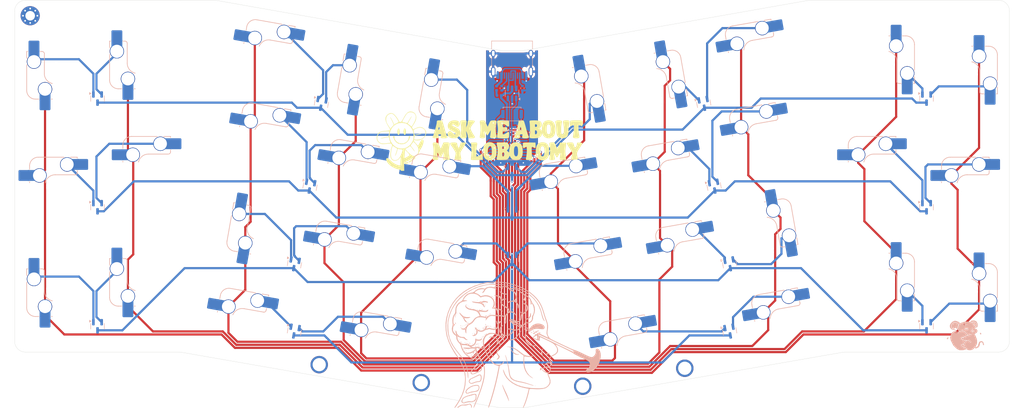
<source format=kicad_pcb>
(kicad_pcb (version 20240108) (generator "pcbnew") (generator_version "8.0")
  (layers (0 "F.Cu" signal) (31 "B.Cu" signal) (34 "B.Paste" user) (35 "F.Paste" user) (36 "B.SilkS" user "B.Silkscreen") (37 "F.SilkS" user "F.Silkscreen") (38 "B.Mask" user) (39 "F.Mask" user) (44 "Edge.Cuts" user))
  (net 0 "")
  (net 1 "VCC")
  (net 2 "GND")
  (net 3 "+3.3V")
  (net 4 "Net-(D2-A2)")
  (net 5 "Net-(D2-A1)")
  (net 6 "Net-(D1-A)")
  (net 7 "r0")
  (net 8 "Net-(D3-A1)")
  (net 9 "Net-(D3-A2)")
  (net 10 "Net-(D4-A2)")
  (net 11 "Net-(D4-A1)")
  (net 12 "r1")
  (net 13 "Net-(D5-A1)")
  (net 14 "Net-(D5-A2)")
  (net 15 "r2")
  (net 16 "Net-(D6-A1)")
  (net 17 "Net-(D16-A1)")
  (net 18 "Net-(D6-A2)")
  (net 19 "Net-(D7-A2)")
  (net 20 "Net-(D7-A1)")
  (net 21 "Net-(D16-A2)")
  (net 22 "Net-(D8-A1)")
  (net 23 "r3")
  (net 24 "Net-(D8-A2)")
  (net 25 "Net-(D9-A2)")
  (net 26 "Net-(D9-A1)")
  (net 27 "Net-(D18-A2)")
  (net 28 "Net-(D10-A2)")
  (net 29 "Net-(D10-A1)")
  (net 30 "Net-(D18-A1)")
  (net 31 "Net-(D11-A2)")
  (net 32 "Net-(D11-A1)")
  (net 33 "VBUS")
  (net 34 "Net-(D12-A1)")
  (net 35 "Net-(D12-A2)")
  (net 36 "CC2")
  (net 37 "Net-(D13-A2)")
  (net 38 "PORT-")
  (net 39 "Net-(D13-A1)")
  (net 40 "Net-(D14-A2)")
  (net 42 "Net-(D14-A1)")
  (net 43 "PORT+")
  (net 44 "Net-(D15-A1)")
  (net 45 "Net-(D15-A2)")
  (net 46 "Net-(D17-A2)")
  (net 48 "Net-(D17-A1)")
  (net 49 "CC1")
  (net 50 "c0")
  (net 51 "c1")
  (net 52 "c2")
  (net 53 "c3")
  (net 54 "c4")
  (net 55 "c5")
  (net 56 "c6")
  (net 57 "c7")
  (net 58 "c8")
  (net 59 "c9")
  (net 60 "BOOT")
  (net 61 "UDP")
  (net 62 "UDM")
  (footprint "LOGO" (layer "F.Cu") (at 121.32 47)
    (property "Reference" "G***" (hide yes))
    (property "Value" "LOGO" (hide yes))
  )
  (footprint "MountingHole:MountingHole_2.2mm_M2" (layer "F.Cu") (at 239.315625 17.883274)
    (property "Reference" "H2" (hide yes))
    (property "Value" "MountingHole_Pad")
  )
  (footprint "BeiBob:MountingHole_2.2mm_M2_Pad_Via_nosilk" (layer "F.Cu") (at 17.859375 17.859375)
    (property "Reference" "H1" (hide yes))
    (property "Value" "MountingHole_Pad")
  )
  (footprint "PCM_marbastlib-mx:STAB_MX_P_2.75u" (layer "F.Cu") (at 155.339358 94.150613 -170)
    (property "Reference" "S2" (hide yes))
    (property "Value" "MX_stab")
  )
  (footprint "MountingHole:MountingHole_2.2mm_M2" (layer "F.Cu") (at 239.315625 91.678125)
    (property "Reference" "H4" (hide yes))
    (property "Value" "MountingHole_Pad")
  )
  (footprint "MountingHole:MountingHole_2.2mm_M2" (layer "F.Cu") (at 17.859375 91.678125)
    (property "Reference" "H3" (hide yes))
    (property "Value" "MountingHole_Pad")
  )
  (footprint "PCM_marbastlib-mx:STAB_MX_P_2.25u" (layer "F.Cu") (at 97.215746 93.323614 170)
    (property "Reference" "S1" (hide yes))
    (property "Value" "MX_stab")
  )
  (footprint "PCM_marbastlib-mx:SW_MX_HS_CPG151101S11_1.5u" (layer "B.Cu") (at 214.3125 28.575 90)
    (property "Reference" "MX9" (hide yes))
    (property "Value" "MX_SW_solder")
  )
  (footprint "PCM_marbastlib-mx:SW_MX_HS_CPG151101S11_1.5u" (layer "B.Cu") (at 72.790636 26.149208 170)
    (property "Reference" "MX3" (hide yes))
    (property "Value" "MX_SW_solder")
  )
  (footprint "Package_TO_SOT_SMD:SOT-23" (layer "B.Cu") (at 172.640625 38.1 -80)
    (property "Reference" "D5" (hide yes))
    (property "Value" "BAV70_Small")
  )
  (footprint "Package_TO_SOT_SMD:SOT-23" (layer "B.Cu") (at 33.3375 89.296875 -90)
    (property "Reference" "D12" (hide yes))
    (property "Value" "BAV70_Small")
  )
  (footprint "Package_TO_SOT_SMD:SOT-23" (layer "B.Cu") (at 128.5875 63.35625 -90)
    (property "Reference" "D9" (hide yes))
    (property "Value" "BAV70_Small")
  )
  (footprint "Package_TO_SOT_SMD:SOT-23" (layer "B.Cu") (at 175.021875 57.15 -80)
    (property "Reference" "D10" (hide yes))
    (property "Value" "BAV70_Small")
  )
  (footprint "PCM_marbastlib-mx:SW_MX_HS_CPG151101S11_1u" (layer "B.Cu") (at 165.138876 53.73494 -170)
    (property "Reference" "MX17" (hide yes))
    (property "Value" "MX_SW_solder")
  )
  (footprint "Fuse:Fuse_0402_1005Metric" (layer "B.Cu") (at 125.015625 34.528125 90)
    (property "Reference" "F1" (hide yes))
    (property "Value" "500mA")
  )
  (footprint "PCM_marbastlib-mx:SW_MX_HS_CPG151101S11_1.25u" (layer "B.Cu") (at 114.588459 35.937276 -100)
    (property "Reference" "MX5" (hide yes))
    (property "Value" "MX_SW_solder")
  )
  (footprint "PCM_marbastlib-mx:SW_MX_HS_CPG151101S11_1.5u" (layer "B.Cu") (at 233.3625 80.9625 90)
    (property "Reference" "MX26" (hide yes))
    (property "Value" "MX_SW_solder")
  )
  (footprint "Package_TO_SOT_SMD:SOT-23" (layer "B.Cu") (at 223.8375 36.909375 -90)
    (property "Reference" "D6" (hide yes))
    (property "Value" "BAV70_Small")
  )
  (footprint "Package_TO_SOT_SMD:SOT-23" (layer "B.Cu") (at 33.3375 61.9125 -90)
    (property "Reference" "D7" (hide yes))
    (property "Value" "BAV70_Small")
  )
  (footprint "PCM_marbastlib-mx:SW_MX_HS_CPG151101S11_1.25u" (layer "B.Cu") (at 211.93125 52.3875 180)
    (property "Reference" "MX19" (hide yes))
    (property "Value" "MX_SW_solder")
  )
  (footprint "Package_TO_SOT_SMD:SOT-23" (layer "B.Cu") (at 128.5875 53.578125 -90)
    (property "Reference" "D4" (hide yes))
    (property "Value" "BAV70_Small")
  )
  (footprint "Package_TO_SOT_SMD:SOT-23" (layer "B.Cu") (at 82.153125 57.15 -100)
    (property "Reference" "D8" (hide yes))
    (property "Value" "BAV70_Small")
  )
  (footprint "Capacitor_SMD:C_0402_1005Metric" (layer "B.Cu") (at 126.787305 43.447407 180)
    (property "Reference" "C1" (hide yes))
    (property "Value" "100nF")
  )
  (footprint "PCM_marbastlib-mx:SW_MX_HS_CPG151101S11_1.25u" (layer "B.Cu") (at 45.24375 52.3875 180)
    (property "Reference" "MX12" (hide yes))
    (property "Value" "MX_SW_solder")
  )
  (footprint "PCM_marbastlib-mx:SW_MX_HS_CPG151101S11_1.75u" (layer "B.Cu") (at 23.8125 30.95625 -90)
    (property "Reference" "MX1" (hide yes))
    (property "Value" "MX_SW_solder")
  )
  (footprint "Package_TO_SOT_SMD:SOT-23-6" (layer "B.Cu") (at 128.5875 35.71875 90)
    (property "Reference" "U2" (hide yes))
    (property "Value" "USBLC6-2SC6")
  )
  (footprint "PCM_marbastlib-mx:SW_MX_HS_CPG151101S11_1.75u" (layer "B.Cu") (at 42.8625 78.58125 -90)
    (property "Reference" "MX31" (hide yes))
    (property "Value" "MX_SW_solder")
  )
  (footprint "PCM_marbastlib-mx:SW_MX_HS_CPG151101S11_1.5u" (layer "B.Cu") (at 184.454614 26.149208 -170)
    (property "Reference" "MX8" (hide yes))
    (property "Value" "MX_SW_solder")
  )
  (footprint "PCM_marbastlib-mx:SW_MX_HS_CPG151101S11_1.25u" (layer "B.Cu") (at 186.793962 66.842456 100)
    (property "Reference" "MX34" (hide yes))
    (property "Value" "MX_SW_solder")
  )
  (footprint "Package_TO_SOT_SMD:SOT-23" (layer "B.Cu") (at 33.3375 36.909375 -90)
    (property "Reference" "D2" (hide yes))
    (property "Value" "BAV70_Small")
  )
  (footprint "PCM_marbastlib-mx:SW_MX_HS_CPG151101S11_1u" (layer "B.Cu") (at 23.8125 57.15 180)
    (property "Reference" "MX11" (hide yes))
    (property "Value" "MX_SW_solder")
  )
  (footprint "PCM_marbastlib-mx:SW_MX_HS_CPG151101S11_1.5u" (layer "B.Cu") (at 112.249111 76.630525 170)
    (property "Reference" "MX23" (hide yes))
    (property "Value" "MX_SW_solder")
  )
  (footprint "PCM_marbastlib-mx:SW_MX_HS_CPG151101S11_1u" (layer "B.Cu") (at 168.446874 72.495527 -170)
    (property "Reference" "MX24" (hide yes))
    (property "Value" "MX_SW_solder")
  )
  (footprint "Package_SO:TSSOP-20_4.4x6.5mm_P0.65mm" (layer "B.Cu") (at 128.5875 47.625 180)
    (property "Reference" "U1" (hide yes))
    (property "Value" "~")
  )
  (footprint "Resistor_SMD:R_0402_1005Metric" (layer "B.Cu") (at 126.20625 34.528125 -90)
    (property "Reference" "R1" (hide yes))
    (property "Value" "5.1k")
  )
  (footprint "PCM_marbastlib-mx:SW_MX_HS_CPG151101S11_1.25u" (layer "B.Cu") (at 185.417538 45.323295 -170)
    (property "Reference" "MX18" (hide yes))
    (property "Value" "MX_SW_solder")
  )
  (footprint "Package_TO_SOT_SMD:SOT-23" (layer "B.Cu") (at 178.59375 75.009375 -80)
    (property "Reference" "D15" (hide yes))
    (property "Value" "BAV70_Small")
  )
  (footprint "PCM_marbastlib-mx:SW_MX_HS_CPG151101S11_1.25u" (layer "B.Cu") (at 147.341213 76.217025 -170)
    (property "Reference" "MX33" (hide yes))
    (property "Value" "MX_SW_solder")
  )
  (footprint "PCM_marbastlib-mx:SW_MX_HS_CPG151101S11_1.25u" (layer "B.Cu") (at 142.656791 35.937276 100)
    (property "Reference" "MX6" (hide yes))
    (property "Value" "MX_SW_solder")
  )
  (footprint "PCM_marbastlib-mx:SW_MX_HS_CPG151101S11_1.25u" (layer "B.Cu") (at 161.417379 32.629279 100)
    (property "Reference" "MX7" (hide yes))
    (property "Value" "MX_SW_solder")
  )
  (footprint "PCM_marbastlib-mx:SW_MX_HS_CPG151101S11_1u" (layer "B.Cu") (at 66.729791 87.948117 170)
    (property "Reference" "MX27" (hide yes))
    (property "Value" "MX_SW_solder")
  )
  (footprint "Package_TO_SOT_SMD:SOT-23" (layer "B.Cu") (at 178.59375 90.4875 -80)
    (property "Reference" "D18" (hide yes))
    (property "Value" "BAV70_Small")
  )
  (footprint "PCM_marbastlib-mx:SW_MX_HS_CPG151101S11_1u" (layer "B.Cu") (at 233.3625 57.15 180)
    (property "Reference" "MX20" (hide yes))
    (property "Value" "MX_SW_solder")
  )
  (footprint "PCM_marbastlib-mx:SW_MX_HS_CPG151101S11_1u" (layer "B.Cu") (at 88.798376 72.495527 170)
    (property "Reference" "MX32" (hide yes))
    (property "Value" "MX_SW_solder")
  )
  (footprint "Package_TO_SOT_SMD:SOT-23" (layer "B.Cu") (at 78.58125 75.009375 -100)
    (property "Reference" "D13" (hide yes))
    (property "Value" "BAV70_Small")
  )
  (footprint "Package_TO_SOT_SMD:SOT-23" (layer "B.Cu") (at 128.5875 73.81875 -90)
    (property "Reference" "D14" (hide yes))
    (property "Value" "BAV70_Small")
  )
  (footprint "PCM_marbastlib-mx:SW_MX_HS_CPG151101S11_1.25u" (layer "B.Cu") (at 70.451288 66.842456 -100)
    (property "Reference" "MX22" (hide yes))
    (property "Value" "MX_SW_solder")
  )
  (footprint "PCM_marbastlib-mx:SW_MX_HS_CPG151101S11_1u" (layer "B.Cu") (at 155.339358 94.150613 -170)
    (property "Reference" "MX29" (hide yes))
    (property "Value" "MX_SW_solder")
  )
  (footprint "PCM_marbastlib-mx:SW_MX_HS_CPG151101S11_1.25u" (layer "B.Cu") (at 71.827712 45.323295 170)
    (property "Reference" "MX13" (hide yes))
    (property "Value" "MX_SW_solder")
  )
  (footprint "LOGO" (layer "B.Cu") (at 232.78 91.39 180)
    (property "Reference" "G***" (hide yes))
    (property "Value" "LOGO" (hide yes))
  )
  (footprint "PCM_marbastlib-mx:SW_MX_HS_CPG151101S11_1.25u" (layer "B.Cu") (at 95.827871 32.629279 -100)
    (property "Reference" "MX4" (hide yes))
    (property "Value" "MX_SW_solder")
  )
  (footprint "Connector_USB:USB_C_Receptacle_HRO_TYPE-C-31-M-12" (layer "B.Cu") (at 128.5875 27.575)
    (property "Reference" "J1" (hide yes))
    (property "Value" "USB_C_Receptacle_USB2.0")
  )
  (footprint "Package_TO_SOT_SMD:SOT-23" (layer "B.Cu") (at 223.8375 61.9125 -90)
    (property "Reference" "D11" (hide yes))
    (property "Value" "BAV70_Small")
  )
  (footprint "Diode_SMD:D_0402_1005Metric" (layer "B.Cu") (at 125.61 36.2 180)
    (property "Reference" "D1" (hide yes))
    (property "Value" "PMEG2010EA")
  )
  (footprint "Package_TO_SOT_SMD:SOT-23" (layer "B.Cu") (at 223.8375 89.296875 -90)
    (property "Reference" "D16" (hide yes))
    (property "Value" "BAV70_Small")
  )
  (footprint "Capacitor_SMD:C_0402_1005Metric" (layer "B.Cu") (at 124.769875 43.439707 180)
    (property "Reference" "C2" (hide yes))
    (property "Value" "100nF")
  )
  (footprint "PCM_marbastlib-mx:SW_MX_HS_CPG151101S11_1.75u" (layer "B.Cu") (at 233.3625 30.95625 90)
    (property "Reference" "MX10" (hide yes))
    (property "Value" "MX_SW_solder")
  )
  (footprint "PCM_marbastlib-mx:SW_MX_HS_CPG151101S11_1u" (layer "B.Cu") (at 190.515459 87.948117 -170)
    (property "Reference" "MX30" (hide yes))
    (property "Value" "MX_SW_solder")
  )
  (footprint "Button_Switch_SMD:SW_Push_SPST_NO_Alps_SKRK" (layer "B.Cu") (at 128.5875 40.48125 180)
    (property "Reference" "SW1" (hide yes))
    (property "Value" "BOOT")
  )
  (footprint "Resistor_SMD:R_0402_1005Metric" (layer "B.Cu") (at 129.816955 43.4529)
    (property "Reference" "R3" (hide yes))
    (property "Value" "10k")
  )
  (footprint "PCM_marbastlib-mx:SW_MX_HS_CPG151101S11_1.5u" (layer "B.Cu") (at 23.8125 80.9625 -90)
    (property "Reference" "MX21" (hide yes))
    (property "Value" "MX_SW_solder")
  )
  (footprint "PCM_marbastlib-mx:SW_MX_HS_CPG151101S11_1u" (layer "B.Cu") (at 97.215746 93.323614 170)
    (property "Reference" "MX28" (hide yes))
    (property "Value" "MX_SW_solder")
  )
  (footprint "PCM_marbastlib-mx:SW_MX_HS_CPG151101S11_1.5u" (layer "B.Cu") (at 42.8625 28.575 -90)
    (property "Reference" "MX2" (hide yes))
    (property "Value" "MX_SW_solder")
  )
  (footprint "Package_TO_SOT_SMD:SOT-23" (layer "B.Cu") (at 84.775 38.1 -100)
    (property "Reference" "D3" (hide yes))
    (property "Value" "BAV70_Small")
  )
  (footprint "PCM_marbastlib-mx:SW_MX_HS_CPG151101S11_1.75u" (layer "B.Cu") (at 214.3125 78.58125 90)
    (property "Reference" "MX25" (hide yes))
    (property "Value" "MX_SW_solder")
  )
  (footprint "PCM_marbastlib-mx:SW_MX_HS_CPG151101S11_1.5u" (layer "B.Cu") (at 141.688142 57.869937 -170)
    (property "Reference" "MX16" (hide yes))
    (property "Value" "MX_SW_solder")
  )
  (footprint "Package_TO_SOT_SMD:SOT-23" (layer "B.Cu") (at 78.58125 90.4875 -100)
    (property "Reference" "D17" (hide yes))
    (property "Value" "BAV70_Small")
  )
  (footprint "PCM_marbastlib-mx:SW_MX_HS_CPG151101S11_1u" (layer "B.Cu") (at 92.106374 53.73494 170)
    (property "Reference" "MX14" (hide yes))
    (property "Value" "MX_SW_solder")
  )
  (footprint "LOGO" (layer "B.Cu") (at 130.915812 92.982646 180)
    (property "Reference" "G***" (hide yes))
    (property "Value" "LOGO" (hide yes))
  )
  (footprint "Resistor_SMD:R_0402_1005Metric" (layer "B.Cu") (at 130.96875 34.528125 -90)
    (property "Reference" "R2" (hide yes))
    (property "Value" "5.1k")
  )
  (footprint "PCM_marbastlib-mx:SW_MX_HS_CPG151101S11_1u" (layer "B.Cu") (at 110.866961 57.042938 170)
    (property "Reference" "MX15" (hide yes))
    (property "Value" "MX_SW_solder")
  )
  (gr_line (start 131.410326 108.042353) (end 204.574424 95.287147) (stroke (width 0.05)) (layer "Edge.Cuts"))
  (gr_line (start 52.3875 14.2875) (end 16.7875 14.2875) (stroke (width 0.05)) (layer "Edge.Cuts"))
  (gr_arc (start 16.7875 95.25) (mid 15.019733 94.517767) (end 14.2875 92.75) (stroke (width 0.05)) (layer "Edge.Cuts"))
  (gr_arc (start 126.194041 108.0795) (mid 125.978555 108.070199) (end 125.764673 108.042353) (stroke (width 0.05)) (layer "Edge.Cuts"))
  (gr_line (start 205.00379 95.25) (end 240.3875 95.25) (stroke (width 0.05)) (layer "Edge.Cuts"))
  (gr_line (start 14.2875 16.7875) (end 14.2875 92.75) (stroke (width 0.05)) (layer "Edge.Cuts"))
  (gr_line (start 242.8875 92.75) (end 242.8875 16.7875) (stroke (width 0.05)) (layer "Edge.Cuts"))
  (gr_arc (start 204.574424 95.287147) (mid 204.788305 95.259304) (end 205.00379 95.25) (stroke (width 0.05)) (layer "Edge.Cuts"))
  (gr_line (start 196.656099 14.325482) (end 131.424151 25.827768) (stroke (width 0.05)) (layer "Edge.Cuts"))
  (gr_line (start 240.3875 14.2875) (end 197.090224 14.2875) (stroke (width 0.05)) (layer "Edge.Cuts"))
  (gr_arc (start 131.410326 108.042353) (mid 131.196445 108.070196) (end 130.98096 108.0795) (stroke (width 0.05)) (layer "Edge.Cuts"))
  (gr_line (start 52.600827 95.287147) (end 125.764673 108.042353) (stroke (width 0.05)) (layer "Edge.Cuts"))
  (gr_arc (start 14.2875 16.7875) (mid 15.019733 15.019733) (end 16.7875 14.2875) (stroke (width 0.05)) (layer "Edge.Cuts"))
  (gr_line (start 126.194041 108.0795) (end 130.98096 108.0795) (stroke (width 0.05)) (layer "Edge.Cuts"))
  (gr_line (start 130.990026 25.86575) (end 126.254977 25.86575) (stroke (width 0.05)) (layer "Edge.Cuts"))
  (gr_line (start 125.820845 25.827767) (end 60.589905 14.325483) (stroke (width 0.05)) (layer "Edge.Cuts"))
  (gr_line (start 60.155773 14.2875) (end 52.3875 14.2875) (stroke (width 0.05)) (layer "Edge.Cuts"))
  (gr_arc (start 131.424151 25.827768) (mid 131.207918 25.856236) (end 130.990026 25.86575) (stroke (width 0.05)) (layer "Edge.Cuts"))
  (gr_arc (start 60.155773 14.2875) (mid 60.373669 14.297011) (end 60.589905 14.325483) (stroke (width 0.05)) (layer "Edge.Cuts"))
  (gr_arc (start 242.8875 92.75) (mid 242.155267 94.517767) (end 240.3875 95.25) (stroke (width 0.05)) (layer "Edge.Cuts"))
  (gr_line (start 16.7875 95.25) (end 52.171459 95.25) (stroke (width 0.05)) (layer "Edge.Cuts"))
  (gr_arc (start 52.171459 95.25) (mid 52.386945 95.259301) (end 52.600827 95.287147) (stroke (width 0.05)) (layer "Edge.Cuts"))
  (gr_arc (start 196.656099 14.325482) (mid 196.872332 14.297014) (end 197.090224 14.2875) (stroke (width 0.05)) (layer "Edge.Cuts"))
  (gr_arc (start 126.254977 25.86575) (mid 126.037082 25.856236) (end 125.820845 25.827767) (stroke (width 0.05)) (layer "Edge.Cuts"))
  (gr_arc (start 240.3875 14.2875) (mid 242.155267 15.019733) (end 242.8875 16.7875) (stroke (width 0.05)) (layer "Edge.Cuts"))
  (segment (start 126.593088 45.35) (end 125.725 45.35) (width 0.5) (layer "B.Cu") (net 1))
  (segment (start 127.396875 38.1) (end 127.396875 43.317837) (width 0.5) (layer "B.Cu") (net 1))
  (segment (start 126.871249 35.71875) (end 128.112499 35.71875) (width 0.5) (layer "B.Cu") (net 1))
  (segment (start 126.095 36.828934) (end 127.234816 37.96875) (width 0.5) (layer "B.Cu") (net 1))
  (segment (start 126.095 36.2) (end 126.389999 36.2) (width 0.5) (layer "B.Cu") (net 1))
  (segment (start 126.389999 36.2) (end 126.871249 35.71875) (width 0.5) (layer "B.Cu") (net 1))
  (segment (start 127.267305 44.675783) (end 126.593088 45.35) (width 0.5) (layer "B.Cu") (net 1))
  (segment (start 127.267305 43.447407) (end 127.267305 44.675783) (width 0.5) (layer "B.Cu") (net 1))
  (segment (start 127.396875 43.317837) (end 127.267305 43.447407) (width 0.5) (layer "B.Cu") (net 1))
  (segment (start 128.112499 35.71875) (end 128.5875 35.243749) (width 0.5) (layer "B.Cu") (net 1))
  (segment (start 127.265625 37.96875) (end 127.396875 38.1) (width 0.5) (layer "B.Cu") (net 1))
  (segment (start 127.234816 37.96875) (end 127.265625 37.96875) (width 0.5) (layer "B.Cu") (net 1))
  (segment (start 126.095 36.2) (end 126.095 36.828934) (width 0.5) (layer "B.Cu") (net 1))
  (segment (start 128.5875 35.243749) (end 128.5875 34.58125) (width 0.5) (layer "B.Cu") (net 1))
  (via (at 125.156086 32.848549) (size 0.5) (drill 0.3) (layers "F.Cu" "B.Cu") (net 2))
  (via (at 124.288201 42.527756) (size 0.5) (drill 0.3) (layers "F.Cu" "B.Cu") (net 2))
  (via (at 129.103839 35.718749) (size 0.5) (drill 0.3) (layers "F.Cu" "B.Cu") (net 2))
  (via (at 126.296663 42.585692) (size 0.5) (drill 0.3) (layers "F.Cu" "B.Cu") (net 2))
  (via (at 125.99 51.71) (size 0.5) (drill 0.3) (layers "F.Cu" "B.Cu") (net 2))
  (via (at 126.866081 34.52276) (size 0.5) (drill 0.3) (layers "F.Cu" "B.Cu") (net 2))
  (via (at 124.507072 46.003941) (size 0.5) (drill 0.3) (layers "F.Cu" "B.Cu") (net 2))
  (via (at 131.857398 32.867861) (size 0.5) (drill 0.3) (layers "F.Cu" "B.Cu") (net 2))
  (via (at 124.5 48.27) (size 0.5) (drill 0.3) (layers "F.Cu" "B.Cu") (net 2))
  (via (at 128.618399 38.122177) (size 0.5) (drill 0.3) (layers "F.Cu" "B.Cu") (net 2))
  (via (at 131.19 51.7) (size 0.5) (drill 0.3) (layers "F.Cu" "B.Cu") (net 2))
  (segment (start 128.5875 36.235088) (end 128.5875 36.85625) (width 0.3) (layer "B.Cu") (net 2))
  (segment (start 126.350716 35.038125) (end 126.866081 34.52276) (width 0.5) (layer "B.Cu") (net 2))
  (segment (start 126.20625 35.038125) (end 126.350716 35.038125) (width 0.5) (layer "B.Cu") (net 2))
  (segment (start 129.103839 35.718749) (end 128.5875 36.235088) (width 0.3) (layer "B.Cu") (net 2))
  (segment (start 125.249875 43.439707) (end 125.249875 41.718875) (width 0.5) (layer "B.Cu") (net 3))
  (segment (start 125.249875 41.718875) (end 126.4875 40.48125) (width 0.5) (layer "B.Cu") (net 3))
  (segment (start 125.249875 44.174875) (end 125.725 44.65) (width 0.5) (layer "B.Cu") (net 3))
  (segment (start 125.249875 43.439707) (end 125.249875 44.174875) (width 0.5) (layer "B.Cu") (net 3))
  (segment (start 37.7825 26.51125) (end 37.7825 26.035) (width 0.5) (layer "B.Cu") (net 4))
  (segment (start 33.0875 31.20625) (end 37.7825 26.51125) (width 0.5) (layer "B.Cu") (net 4))
  (segment (start 34.2875 35.971875) (end 33.0875 34.771875) (width 0.5) (layer "B.Cu") (net 4))
  (segment (start 33.0875 34.771875) (end 33.0875 31.20625) (width 0.5) (layer "B.Cu") (net 4))
  (segment (start 29.060543 27.869918) (end 32.3875 31.196875) (width 0.5) (layer "B.Cu") (net 5))
  (segment (start 32.3875 31.196875) (end 32.3875 35.971875) (width 0.5) (layer "B.Cu") (net 5))
  (segment (start 19.278832 27.869918) (end 29.060543 27.869918) (width 0.5) (layer "B.Cu") (net 5))
  (segment (start 18.7325 28.41625) (end 19.278832 27.869918) (width 0.5) (layer "B.Cu") (net 5))
  (segment (start 125.015625 35.013125) (end 125.015625 36.090625) (width 0.5) (layer "B.Cu") (net 6))
  (segment (start 125.015625 36.090625) (end 125.125 36.2) (width 0.5) (layer "B.Cu") (net 6))
  (segment (start 128.8199 45.58) (end 128.5875 45.8124) (width 0.5) (layer "F.Cu") (net 7))
  (segment (start 128.5875 45.8124) (end 128.5875 55.959375) (width 0.5) (layer "F.Cu") (net 7))
  (segment (start 129.89894 45.58) (end 128.8199 45.58) (width 0.5) (layer "F.Cu") (net 7))
  (via (at 128.5875 55.959375) (size 0.5) (drill 0.3) (layers "F.Cu" "B.Cu") (net 7))
  (via (at 129.89894 45.58) (size 0.5) (drill 0.3) (layers "F.Cu" "B.Cu") (net 7))
  (segment (start 167.773552 44.053125) (end 172.80342 39.023257) (width 0.5) (layer "B.Cu") (net 7))
  (segment (start 185.7375 36.909375) (end 183.623618 39.023257) (width 0.5) (layer "B.Cu") (net 7))
  (segment (start 128.5875 54.515625) (end 124.954588 54.515625) (width 0.5) (layer "B.Cu") (net 7))
  (segment (start 183.623618 39.023257) (end 172.80342 39.023257) (width 0.5) (layer "B.Cu") (net 7))
  (segment (start 221.45625 37.846875) (end 220.51875 36.909375) (width 0.5) (layer "B.Cu") (net 7))
  (segment (start 115.682713 45.24375) (end 90.832698 45.24375) (width 0.5) (layer "B.Cu") (net 7))
  (segment (start 130.19 45.58) (end 130.61 46) (width 0.3) (layer "B.Cu") (net 7))
  (segment (start 130.61 46) (end 131.45 46) (width 0.3) (layer "B.Cu") (net 7))
  (segment (start 90.832698 45.24375) (end 84.612205 39.023257) (width 0.5) (layer "B.Cu") (net 7))
  (segment (start 223.8375 37.846875) (end 221.45625 37.846875) (width 0.5) (layer "B.Cu") (net 7))
  (segment (start 124.954588 54.515625) (end 115.682713 45.24375) (width 0.5) (layer "B.Cu") (net 7))
  (segment (start 128.5875 54.515625) (end 128.5875 55.959375) (width 0.5) (layer "B.Cu") (net 7))
  (segment (start 77.987908 37.846875) (end 79.16429 39.023257) (width 0.5) (layer "B.Cu") (net 7))
  (segment (start 79.16429 39.023257) (end 84.612205 39.023257) (width 0.5) (layer "B.Cu") (net 7))
  (segment (start 142.621097 44.053125) (end 167.773552 44.053125) (width 0.5) (layer "B.Cu") (net 7))
  (segment (start 33.3375 37.846875) (end 77.987908 37.846875) (width 0.5) (layer "B.Cu") (net 7))
  (segment (start 129.89894 45.58) (end 130.19 45.58) (width 0.3) (layer "B.Cu") (net 7))
  (segment (start 132.158597 54.515625) (end 142.621097 44.053125) (width 0.5) (layer "B.Cu") (net 7))
  (segment (start 128.5875 54.515625) (end 132.158597 54.515625) (width 0.5) (layer "B.Cu") (net 7))
  (segment (start 220.51875 36.909375) (end 185.7375 36.909375) (width 0.5) (layer "B.Cu") (net 7))
  (segment (start 85.173363 35.840642) (end 85.173363 30.404613) (width 0.5) (layer "B.Cu") (net 8))
  (segment (start 84.002228 37.011777) (end 85.173363 35.840642) (width 0.5) (layer "B.Cu") (net 8))
  (segment (start 76.356201 21.587451) (end 76.17418 21.587451) (width 0.5) (layer "B.Cu") (net 8))
  (segment (start 85.173363 30.404613) (end 76.356201 21.587451) (width 0.5) (layer "B.Cu") (net 8))
  (segment (start 87.435515 29.245735) (end 91.266114 29.245735) (width 0.5) (layer "B.Cu") (net 9))
  (segment (start 85.873363 30.807887) (end 87.435515 29.245735) (width 0.5) (layer "B.Cu") (net 9))
  (segment (start 85.873363 37.341709) (end 85.873363 30.807887) (width 0.5) (layer "B.Cu") (net 9))
  (segment (start 144.765625 43.353125) (end 146.446875 41.671875) (width 0.5) (layer "B.Cu") (net 10))
  (segment (start 130.712501 53.815625) (end 131.868647 53.815625) (width 0.5) (layer "B.Cu") (net 10))
  (segment (start 147.557236 38.1) (end 148.100681 37.556555) (width 0.5) (layer "B.Cu") (net 10))
  (segment (start 131.868647 53.815625) (end 142.331147 43.353125) (width 0.5) (layer "B.Cu") (net 10))
  (segment (start 146.446875 41.671875) (end 146.446875 38.1) (width 0.5) (layer "B.Cu") (net 10))
  (segment (start 129.537501 52.640625) (end 130.712501 53.815625) (width 0.5) (layer "B.Cu") (net 10))
  (segment (start 146.446875 38.1) (end 147.557236 38.1) (width 0.5) (layer "B.Cu") (net 10))
  (segment (start 142.331147 43.353125) (end 144.765625 43.353125) (width 0.5) (layer "B.Cu") (net 10))
  (segment (start 115.897482 32.553732) (end 110.026702 32.553732) (width 0.5) (layer "B.Cu") (net 11))
  (segment (start 118.284861 46.855948) (end 118.284861 34.941111) (width 0.5) (layer "B.Cu") (net 11))
  (segment (start 118.284861 34.941111) (end 115.897482 32.553732) (width 0.5) (layer "B.Cu") (net 11))
  (segment (start 125.244538 53.815625) (end 118.284861 46.855948) (width 0.5) (layer "B.Cu") (net 11))
  (segment (start 127.6375 52.640625) (end 126.4625 53.815625) (width 0.5) (layer "B.Cu") (net 11))
  (segment (start 126.4625 53.815625) (end 125.244538 53.815625) (width 0.5) (layer "B.Cu") (net 11))
  (segment (start 129.2875 56.45) (end 128.5875 57.15) (width 0.5) (layer "F.Cu") (net 12))
  (segment (start 129.2875 46.28) (end 129.2875 56.45) (width 0.5) (layer "F.Cu") (net 12))
  (via (at 128.5875 57.15) (size 0.5) (drill 0.3) (layers "F.Cu" "B.Cu") (net 12))
  (via (at 129.2875 46.28) (size 0.5) (drill 0.3) (layers "F.Cu" "B.Cu") (net 12))
  (segment (start 179.784375 55.959375) (end 215.503125 55.959375) (width 0.5) (layer "B.Cu") (net 12))
  (segment (start 41.671875 55.959375) (end 77.354227 55.959375) (width 0.5) (layer "B.Cu") (net 12))
  (segment (start 129.2875 46.28) (end 130.182893 46.28) (width 0.3) (layer "B.Cu") (net 12))
  (segment (start 79.468109 58.073257) (end 81.99033 58.073257) (width 0.5) (layer "B.Cu") (net 12))
  (segment (start 130.182893 46.28) (end 130.552893 46.65) (width 0.3) (layer "B.Cu") (net 12))
  (segment (start 77.354227 55.959375) (end 79.468109 58.073257) (width 0.5) (layer "B.Cu") (net 12))
  (segment (start 81.99033 58.073257) (end 88.210823 64.29375) (width 0.5) (layer "B.Cu") (net 12))
  (segment (start 215.503125 55.959375) (end 222.39375 62.85) (width 0.5) (layer "B.Cu") (net 12))
  (segment (start 168.964177 64.29375) (end 175.18467 58.073257) (width 0.5) (layer "B.Cu") (net 12))
  (segment (start 88.210823 64.29375) (end 128.5875 64.29375) (width 0.5) (layer "B.Cu") (net 12))
  (segment (start 222.39375 62.85) (end 223.8375 62.85) (width 0.5) (layer "B.Cu") (net 12))
  (segment (start 34.78125 62.85) (end 41.671875 55.959375) (width 0.5) (layer "B.Cu") (net 12))
  (segment (start 128.5875 64.29375) (end 168.964177 64.29375) (width 0.5) (layer "B.Cu") (net 12))
  (segment (start 33.3375 62.85) (end 34.78125 62.85) (width 0.5) (layer "B.Cu") (net 12))
  (segment (start 175.18467 58.073257) (end 177.670493 58.073257) (width 0.5) (layer "B.Cu") (net 12))
  (segment (start 130.552893 46.65) (end 131.45 46.65) (width 0.3) (layer "B.Cu") (net 12))
  (segment (start 128.5875 64.29375) (end 128.5875 57.15) (width 0.5) (layer "B.Cu") (net 12))
  (segment (start 177.670493 58.073257) (end 179.784375 55.959375) (width 0.5) (layer "B.Cu") (net 12))
  (segment (start 168.449111 34.248558) (end 166.861269 34.248558) (width 0.5) (layer "B.Cu") (net 13))
  (segment (start 171.542262 37.341709) (end 168.449111 34.248558) (width 0.5) (layer "B.Cu") (net 13))
  (segment (start 173.413397 37.011777) (end 173.413397 24.230353) (width 0.5) (layer "B.Cu") (net 14))
  (segment (start 173.413397 24.230353) (end 176.938432 20.705318) (width 0.5) (layer "B.Cu") (net 14))
  (segment (start 176.938432 20.705318) (end 186.073893 20.705318) (width 0.5) (layer "B.Cu") (net 14))
  (segment (start 128.5875 58.340625) (end 128.5875 72.628125) (width 0.5) (layer "F.Cu") (net 15))
  (segment (start 127.8875 45.52245) (end 127.8875 57.640625) (width 0.5) (layer "F.Cu") (net 15))
  (segment (start 127.8875 57.640625) (end 128.5875 58.340625) (width 0.5) (layer "F.Cu") (net 15))
  (segment (start 129.2875 44.88) (end 128.52995 44.88) (width 0.5) (layer "F.Cu") (net 15))
  (segment (start 128.52995 44.88) (end 127.8875 45.52245) (width 0.5) (layer "F.Cu") (net 15))
  (via (at 128.5875 72.628125) (size 0.5) (drill 0.3) (layers "F.Cu" "B.Cu") (net 15))
  (via (at 129.2875 44.88) (size 0.5) (drill 0.3) (layers "F.Cu" "B.Cu") (net 15))
  (segment (start 223.8375 90.234375) (end 209.296875 90.234375) (width 0.5) (layer "B.Cu") (net 15))
  (segment (start 132.542175 78.710925) (end 128.5875 74.75625) (width 0.5) (layer "B.Cu") (net 15))
  (segment (start 53.352996 75.932632) (end 39.051253 90.234375) (width 0.5) (layer "B.Cu") (net 15))
  (segment (start 194.995132 75.932632) (end 178.756545 75.932632) (width 0.5) (layer "B.Cu") (net 15))
  (segment (start 128.5875 74.75625) (end 128.5875 72.628125) (width 0.5) (layer "B.Cu") (net 15))
  (segment (start 130.68 45.35) (end 131.45 45.35) (width 0.3) (layer "B.Cu") (net 15))
  (segment (start 178.756545 75.932632) (end 175.978252 78.710925) (width 0.5) (layer "B.Cu") (net 15))
  (segment (start 128.5875 74.75625) (end 124.219325 79.124425) (width 0.5) (layer "B.Cu") (net 15))
  (segment (start 130.21 44.88) (end 130.68 45.35) (width 0.3) (layer "B.Cu") (net 15))
  (segment (start 124.219325 79.124425) (end 81.610248 79.124425) (width 0.5) (layer "B.Cu") (net 15))
  (segment (start 78.418455 75.932632) (end 53.352996 75.932632) (width 0.5) (layer "B.Cu") (net 15))
  (segment (start 129.2875 44.88) (end 130.21 44.88) (width 0.3) (layer "B.Cu") (net 15))
  (segment (start 175.978252 78.710925) (end 132.542175 78.710925) (width 0.5) (layer "B.Cu") (net 15))
  (segment (start 39.051253 90.234375) (end 33.3375 90.234375) (width 0.5) (layer "B.Cu") (net 15))
  (segment (start 209.296875 90.234375) (end 194.995132 75.932632) (width 0.5) (layer "B.Cu") (net 15))
  (segment (start 81.610248 79.124425) (end 78.418455 75.932632) (width 0.5) (layer "B.Cu") (net 15))
  (segment (start 222.8875 35.971875) (end 222.8875 34.61) (width 0.5) (layer "B.Cu") (net 16))
  (segment (start 222.8875 34.61) (end 219.3925 31.115) (width 0.5) (layer "B.Cu") (net 16))
  (segment (start 222.8875 88.359375) (end 222.8875 84.61625) (width 0.5) (layer "B.Cu") (net 17))
  (segment (start 222.8875 84.61625) (end 219.3925 81.12125) (width 0.5) (layer "B.Cu") (net 17))
  (segment (start 224.7875 35.971875) (end 226.646444 34.112931) (width 0.5) (layer "B.Cu") (net 18))
  (segment (start 226.646444 34.112931) (end 237.825819 34.112931) (width 0.5) (layer "B.Cu") (net 18))
  (segment (start 237.825819 34.112931) (end 238.4425 33.49625) (width 0.5) (layer "B.Cu") (net 18))
  (segment (start 33.0875 59.775) (end 33.0875 50.25625) (width 0.5) (layer "B.Cu") (net 19))
  (segment (start 33.0875 50.25625) (end 36.03625 47.3075) (width 0.5) (layer "B.Cu") (net 19))
  (segment (start 34.2875 60.975) (end 33.0875 59.775) (width 0.5) (layer "B.Cu") (net 19))
  (segment (start 36.03625 47.3075) (end 47.78375 47.3075) (width 0.5) (layer "B.Cu") (net 19))
  (segment (start 32.3875 58.105) (end 26.3525 52.07) (width 0.5) (layer "B.Cu") (net 20))
  (segment (start 32.3875 60.975) (end 32.3875 58.105) (width 0.5) (layer "B.Cu") (net 20))
  (segment (start 229.059582 84.087293) (end 237.857707 84.087293) (width 0.5) (layer "B.Cu") (net 21))
  (segment (start 237.857707 84.087293) (end 238.4425 83.5025) (width 0.5) (layer "B.Cu") (net 21))
  (segment (start 224.7875 88.359375) (end 229.059582 84.087293) (width 0.5) (layer "B.Cu") (net 21))
  (segment (start 81.380353 46.930635) (end 75.211256 40.761538) (width 0.5) (layer "B.Cu") (net 22))
  (segment (start 81.380353 56.061777) (end 81.380353 46.930635) (width 0.5) (layer "B.Cu") (net 22))
  (segment (start 128.24 44.18) (end 127.1875 45.2325) (width 0.5) (layer "F.Cu") (net 23))
  (segment (start 127.1875 57.930575) (end 127.8875 58.630575) (width 0.5) (layer "F.Cu") (net 23))
  (segment (start 128.5875 73.81875) (end 128.5875 76.2) (width 0.5) (layer "F.Cu") (net 23))
  (segment (start 127.8875 58.630575) (end 127.8875 73.11875) (width 0.5) (layer "F.Cu") (net 23))
  (segment (start 127.1875 45.2325) (end 127.1875 57.930575) (width 0.5) (layer "F.Cu") (net 23))
  (segment (start 127.8875 73.11875) (end 128.5875 73.81875) (width 0.5) (layer "F.Cu") (net 23))
  (segment (start 129.79027 44.18) (end 128.24 44.18) (width 0.5) (layer "F.Cu") (net 23))
  (via (at 128.5875 76.2) (size 0.5) (drill 0.3) (layers "F.Cu" "B.Cu") (net 23))
  (via (at 129.79027 44.18) (size 0.5) (drill 0.3) (layers "F.Cu" "B.Cu") (net 23))
  (segment (start 163.115625 97.63125) (end 169.336118 91.410757) (width 0.5) (layer "B.Cu") (net 23))
  (segment (start 169.336118 91.410757) (end 178.756545 91.410757) (width 0.5) (layer "B.Cu") (net 23))
  (segment (start 128.5875 97.63125) (end 163.115625 97.63125) (width 0.5) (layer "B.Cu") (net 23))
  (segment (start 128.5875 97.63125) (end 128.5875 76.2) (width 0.5) (layer "B.Cu") (net 23))
  (segment (start 78.418455 91.410757) (end 85.457632 91.410757) (width 0.5) (layer "B.Cu") (net 23))
  (segment (start 130.93 44.18) (end 131.45 44.7) (width 0.3) (layer "B.Cu") (net 23))
  (segment (start 129.79027 44.18) (end 130.93 44.18) (width 0.3) (layer "B.Cu") (net 23))
  (segment (start 85.457632 91.410757) (end 91.678125 97.63125) (width 0.5) (layer "B.Cu") (net 23))
  (segment (start 91.678125 97.63125) (end 128.5875 97.63125) (width 0.5) (layer "B.Cu") (net 23))
  (segment (start 82.230378 55.260136) (end 82.080353 55.110111) (width 0.5) (layer "B.Cu") (net 24))
  (segment (start 82.230378 55.370599) (end 82.230378 55.260136) (width 0.5) (layer "B.Cu") (net 24))
  (segment (start 83.251488 56.391709) (end 82.230378 55.370599) (width 0.5) (layer "B.Cu") (net 24))
  (segment (start 82.080353 48.888397) (end 83.34375 47.625) (width 0.5) (layer "B.Cu") (net 24))
  (segment (start 93.941735 47.625) (end 95.489918 49.173183) (width 0.5) (layer "B.Cu") (net 24))
  (segment (start 82.080353 55.110111) (end 82.080353 48.888397) (width 0.5) (layer "B.Cu") (net 24))
  (segment (start 83.34375 47.625) (end 93.941735 47.625) (width 0.5) (layer "B.Cu") (net 24))
  (segment (start 129.5375 62.41875) (end 129.5375 58.126672) (width 0.5) (layer "B.Cu") (net 25))
  (segment (start 135.276672 52.3875) (end 143.268874 52.3875) (width 0.5) (layer "B.Cu") (net 25))
  (segment (start 129.5375 58.126672) (end 135.276672 52.3875) (width 0.5) (layer "B.Cu") (net 25))
  (segment (start 143.268874 52.3875) (end 143.307421 52.426047) (width 0.5) (layer "B.Cu") (net 25))
  (segment (start 127.6375 62.41875) (end 127.6375 58.188487) (width 0.5) (layer "B.Cu") (net 26))
  (segment (start 127.6375 58.188487) (end 121.930194 52.481181) (width 0.5) (layer "B.Cu") (net 26))
  (segment (start 121.930194 52.481181) (end 114.250505 52.481181) (width 0.5) (layer "B.Cu") (net 26))
  (segment (start 179.366522 87.203147) (end 184.065442 82.504227) (width 0.5) (layer "B.Cu") (net 27))
  (segment (start 184.065442 82.504227) (end 192.134738 82.504227) (width 0.5) (layer "B.Cu") (net 27))
  (segment (start 179.366522 89.399277) (end 179.366522 87.203147) (width 0.5) (layer "B.Cu") (net 27))
  (segment (start 175.794647 56.061777) (end 174.623512 54.890642) (width 0.5) (layer "B.Cu") (net 28))
  (segment (start 176.757326 39.879405) (end 187.036817 39.879405) (width 0.5) (layer "B.Cu") (net 28))
  (segment (start 174.623512 42.013219) (end 176.757326 39.879405) (width 0.5) (layer "B.Cu") (net 28))
  (segment (start 174.623512 54.890642) (end 174.623512 42.013219) (width 0.5) (layer "B.Cu") (net 28))
  (segment (start 169.091607 48.29105) (end 166.758155 48.29105) (width 0.5) (layer "B.Cu") (net 29))
  (segment (start 173.923512 56.391709) (end 173.923512 53.122955) (width 0.5) (layer "B.Cu") (net 29))
  (segment (start 173.923512 53.122955) (end 169.091607 48.29105) (width 0.5) (layer "B.Cu") (net 29))
  (segment (start 177.495387 89.729209) (end 176.737096 90.4875) (width 0.5) (layer "B.Cu") (net 30))
  (segment (start 176.737096 90.4875) (end 158.739414 90.4875) (width 0.5) (layer "B.Cu") (net 30))
  (segment (start 158.739414 90.4875) (end 156.958637 88.706723) (width 0.5) (layer "B.Cu") (net 30))
  (segment (start 224.155 52.07) (end 235.9025 52.07) (width 0.5) (layer "B.Cu") (net 31))
  (segment (start 224.7875 60.975) (end 223.5875 59.775) (width 0.5) (layer "B.Cu") (net 31))
  (segment (start 223.5875 59.775) (end 223.5875 52.6375) (width 0.5) (layer "B.Cu") (net 31))
  (segment (start 223.5875 52.6375) (end 224.155 52.07) (width 0.5) (layer "B.Cu") (net 31))
  (segment (start 222.8875 60.975) (end 222.8875 55.72375) (width 0.5) (layer "B.Cu") (net 32))
  (segment (start 222.8875 55.72375) (end 214.47125 47.3075) (width 0.5) (layer "B.Cu") (net 32))
  (segment (start 131.0375 31.62) (end 131.0375 31.5075) (width 0.3) (layer "B.Cu") (net 33))
  (segment (start 131.0375 31.5075) (end 130.8375 31.3075) (width 0.3) (layer "B.Cu") (net 33))
  (segment (start 126.3375 31.42) (end 126.1375 31.62) (width 0.3) (layer "B.Cu") (net 33))
  (segment (start 126.8625 30.02) (end 126.3375 30.545) (width 0.3) (layer "B.Cu") (net 33))
  (segment (start 130.8375 30.545) (end 130.3125 30.02) (width 0.3) (layer "B.Cu") (net 33))
  (segment (start 130.8375 31.3075) (end 130.8375 30.545) (width 0.3) (layer "B.Cu") (net 33))
  (segment (start 126.1375 31.62) (end 126.1375 32.92125) (width 0.5) (layer "B.Cu") (net 33))
  (segment (start 130.3125 30.02) (end 126.8625 30.02) (width 0.3) (layer "B.Cu") (net 33))
  (segment (start 126.1375 32.92125) (end 125.015625 34.043125) (width 0.5) (layer "B.Cu") (net 33))
  (segment (start 126.3375 30.545) (end 126.3375 31.42) (width 0.3) (layer "B.Cu") (net 33))
  (segment (start 29.05259 77.868215) (end 19.286785 77.868215) (width 0.5) (layer "B.Cu") (net 34))
  (segment (start 32.3875 88.359375) (end 32.3875 81.203125) (width 0.5) (layer "B.Cu") (net 34))
  (segment (start 32.3875 81.203125) (end 29.05259 77.868215) (width 0.5) (layer "B.Cu") (net 34))
  (segment (start 19.286785 77.868215) (end 18.7325 78.4225) (width 0.5) (layer "B.Cu") (net 34))
  (segment (start 37.7825 76.5175) (end 37.7825 76.04125) (width 0.5) (layer "B.Cu") (net 35))
  (segment (start 33.0875 87.159375) (end 33.0875 81.2125) (width 0.5) (layer "B.Cu") (net 35))
  (segment (start 33.0875 81.2125) (end 37.7825 76.5175) (width 0.5) (layer "B.Cu") (net 35))
  (segment (start 34.2875 88.359375) (end 33.0875 87.159375) (width 0.5) (layer "B.Cu") (net 35))
  (segment (start 130.3375 33.386875) (end 130.3375 31.62) (width 0.3) (layer "B.Cu") (net 36))
  (segment (start 130.96875 34.018125) (end 130.3375 33.386875) (width 0.3) (layer "B.Cu") (net 36))
  (segment (start 79.679613 74.251084) (end 78.658503 73.229974) (width 0.5) (layer "B.Cu") (net 37))
  (segment (start 78.658503 73.119511) (end 78.508478 72.969486) (width 0.5) (layer "B.Cu") (net 37))
  (segment (start 78.508478 72.969486) (end 78.508478 66.747772) (width 0.5) (layer "B.Cu") (net 37))
  (segment (start 78.97248 66.28377) (end 90.53192 66.28377) (width 0.5) (layer "B.Cu") (net 37))
  (segment (start 90.53192 66.28377) (end 92.18192 67.93377) (width 0.5) (layer "B.Cu") (net 37))
  (segment (start 78.658503 73.229974) (end 78.658503 73.119511) (width 0.5) (layer "B.Cu") (net 37))
  (segment (start 78.508478 66.747772) (end 78.97248 66.28377) (width 0.5) (layer "B.Cu") (net 37))
  (segment (start 127.8375 34.38125) (end 127.6375 34.58125) (width 0.3) (layer "B.Cu") (net 38))
  (segment (start 127.8375 32.695) (end 127.8375 34.38125) (width 0.3) (layer "B.Cu") (net 38))
  (segment (start 127.8375 32.695) (end 127.8375 31.62) (width 0.3) (layer "B.Cu") (net 38))
  (segment (start 128.8375 31.62) (end 128.8375 32.695) (width 0.3) (layer "B.Cu") (net 38))
  (segment (start 128.8375 32.695) (end 127.8375 32.695) (width 0.3) (layer "B.Cu") (net 38))
  (segment (start 71.793287 63.458912) (end 65.889531 63.458912) (width 0.5) (layer "B.Cu") (net 39))
  (segment (start 77.808478 69.474103) (end 71.793287 63.458912) (width 0.5) (layer "B.Cu") (net 39))
  (segment (start 77.808478 73.921152) (end 77.808478 69.474103) (width 0.5) (layer "B.Cu") (net 39))
  (segment (start 129.5375 72.88125) (end 132.159375 70.259375) (width 0.5) (layer "B.Cu") (net 40))
  (segment (start 148.434232 70.246875) (end 148.960492 70.773135) (width 0.5) (layer "B.Cu") (net 40))
  (segment (start 132.159375 70.259375) (end 132.159375 70.246875) (width 0.5) (layer "B.Cu") (net 40))
  (segment (start 132.159375 70.246875) (end 148.434232 70.246875) (width 0.5) (layer "B.Cu") (net 40))
  (segment (start 125.003125 70.246875) (end 117.454548 70.246875) (width 0.5) (layer "B.Cu") (net 42))
  (segment (start 127.6375 72.88125) (end 125.003125 70.246875) (width 0.5) (layer "B.Cu") (net 42))
  (segment (start 117.454548 70.246875) (end 115.632655 72.068768) (width 0.5) (layer "B.Cu") (net 42))
  (segment (start 128.3875 30.545) (end 129.2875 30.545) (width 0.3) (layer "B.Cu") (net 43))
  (segment (start 129.3375 31.62) (end 129.3375 34.38125) (width 0.3) (layer "B.Cu") (net 43))
  (segment (start 128.3375 31.62) (end 128.3375 30.595) (width 0.3) (layer "B.Cu") (net 43))
  (segment (start 129.2875 30.545) (end 129.3375 30.595) (width 0.3) (layer "B.Cu") (net 43))
  (segment (start 129.3375 34.38125) (end 129.5375 34.58125) (width 0.3) (layer "B.Cu") (net 43))
  (segment (start 129.3375 30.595) (end 129.3375 31.62) (width 0.3) (layer "B.Cu") (net 43))
  (segment (start 128.3375 30.595) (end 128.3875 30.545) (width 0.3) (layer "B.Cu") (net 43))
  (segment (start 171.044817 67.051637) (end 170.066153 67.051637) (width 0.5) (layer "B.Cu") (net 44))
  (segment (start 177.495387 73.502207) (end 171.044817 67.051637) (width 0.5) (layer "B.Cu") (net 44))
  (segment (start 177.495387 74.251084) (end 177.495387 73.502207) (width 0.5) (layer "B.Cu") (net 44))
  (segment (start 190.5 72.628125) (end 190.5 69.05625) (width 0.5) (layer "B.Cu") (net 45))
  (segment (start 180.454745 75.009375) (end 188.11875 75.009375) (width 0.5) (layer "B.Cu") (net 45))
  (segment (start 188.11875 75.009375) (end 190.5 72.628125) (width 0.5) (layer "B.Cu") (net 45))
  (segment (start 179.366522 73.921152) (end 180.454745 75.009375) (width 0.5) (layer "B.Cu") (net 45))
  (segment (start 191.643337 69.05625) (end 192.237852 68.461735) (width 0.5) (layer "B.Cu") (net 45))
  (segment (start 190.5 69.05625) (end 191.643337 69.05625) (width 0.5) (layer "B.Cu") (net 45))
  (segment (start 80.437904 90.4875) (end 85.214705 90.4875) (width 0.5) (layer "B.Cu") (net 46))
  (segment (start 98.94929 87.111857) (end 100.59929 88.761857) (width 0.5) (layer "B.Cu") (net 46))
  (segment (start 85.214705 90.4875) (end 88.590348 87.111857) (width 0.5) (layer "B.Cu") (net 46))
  (segment (start 88.590348 87.111857) (end 98.94929 87.111857) (width 0.5) (layer "B.Cu") (net 46))
  (segment (start 79.679613 89.729209) (end 80.437904 90.4875) (width 0.5) (layer "B.Cu") (net 46))
  (segment (start 77.808478 89.399277) (end 71.795561 83.38636) (width 0.5) (layer "B.Cu") (net 48))
  (segment (start 71.795561 83.38636) (end 70.113335 83.38636) (width 0.5) (layer "B.Cu") (net 48))
  (segment (start 127.3375 31.62) (end 127.3375 32.886875) (width 0.3) (layer "B.Cu") (net 49))
  (segment (start 127.3375 32.886875) (end 126.20625 34.018125) (width 0.3) (layer "B.Cu") (net 49))
  (segment (start 21.2725 55.88) (end 21.2725 84.7725) (width 0.5) (layer "F.Cu") (net 50))
  (segment (start 64.904475 94.26875) (end 88.716975 94.26875) (width 0.5) (layer "F.Cu") (net 50))
  (segment (start 21.2725 34.76625) (end 21.2725 53.34) (width 0.5) (layer "F.Cu") (net 50))
  (segment (start 124.200223 51.572098) (end 124.200223 50.885734) (width 0.5) (layer "F.Cu") (net 50))
  (segment (start 20.0025 54.61) (end 21.2725 55.88) (width 0.5) (layer "F.Cu") (net 50))
  (segment (start 25.703125 91.1875) (end 61.823225 91.1875) (width 0.5) (layer "F.Cu") (net 50))
  (segment (start 127.1875 73.4087) (end 127.1875 58.920525) (width 0.5) (layer "F.Cu") (net 50))
  (segment (start 120.569174 99.495775) (end 127.8875 92.177449) (width 0.5) (layer "F.Cu") (net 50))
  (segment (start 21.2725 86.756875) (end 25.703125 91.1875) (width 0.5) (layer "F.Cu") (net 50))
  (segment (start 21.2725 84.7725) (end 21.2725 86.756875) (width 0.5) (layer "F.Cu") (net 50))
  (segment (start 21.2725 53.34) (end 20.0025 54.61) (width 0.5) (layer "F.Cu") (net 50))
  (segment (start 88.716975 94.26875) (end 93.944 99.495775) (width 0.5) (layer "F.Cu") (net 50))
  (segment (start 61.823225 91.1875) (end 64.904475 94.26875) (width 0.5) (layer "F.Cu") (net 50))
  (segment (start 127.1875 58.920525) (end 126.4875 58.220525) (width 0.5) (layer "F.Cu") (net 50))
  (segment (start 127.8875 92.177449) (end 127.8875 74.1087) (width 0.5) (layer "F.Cu") (net 50))
  (segment (start 126.4875 53.859375) (end 124.200223 51.572098) (width 0.5) (layer "F.Cu") (net 50))
  (segment (start 126.4875 58.220525) (end 126.4875 53.859375) (width 0.5) (layer "F.Cu") (net 50))
  (segment (start 127.8875 74.1087) (end 127.1875 73.4087) (width 0.5) (layer "F.Cu") (net 50))
  (segment (start 93.944 99.495775) (end 120.569174 99.495775) (width 0.5) (layer "F.Cu") (net 50))
  (via (at 124.200223 50.885734) (size 0.5) (drill 0.3) (layers "F.Cu" "B.Cu") (net 50))
  (segment (start 124.200223 50.885734) (end 124.535957 50.55) (width 0.3) (layer "B.Cu") (net 50))
  (segment (start 124.535957 50.55) (end 125.725 50.55) (width 0.3) (layer "B.Cu") (net 50))
  (segment (start 125.7875 54.76875) (end 125.7875 54.149325) (width 0.5) (layer "F.Cu") (net 51))
  (segment (start 127.1875 91.887499) (end 127.1875 74.39865) (width 0.5) (layer "F.Cu") (net 51))
  (segment (start 123.493445 51.85527) (end 123.493445 50.343773) (width 0.5) (layer "F.Cu") (net 51))
  (segment (start 94.23395 98.795775) (end 120.279224 98.795775) (width 0.5) (layer "F.Cu") (net 51))
  (segment (start 46.085298 90.4875) (end 62.113175 90.4875) (width 0.5) (layer "F.Cu") (net 51))
  (segment (start 40.3225 48.73625) (end 41.43375 49.8475) (width 0.5) (layer "F.Cu") (net 51))
  (segment (start 126.4875 59.210475) (end 125.7875 58.510475) (width 0.5) (layer "F.Cu") (net 51))
  (segment (start 40.3225 84.724702) (end 46.085298 90.4875) (width 0.5) (layer "F.Cu") (net 51))
  (segment (start 89.006925 93.56875) (end 94.23395 98.795775) (width 0.5) (layer "F.Cu") (net 51))
  (segment (start 125.7875 54.149325) (end 124.52065 52.882475) (width 0.5) (layer "F.Cu") (net 51))
  (segment (start 41.53875 72.761251) (end 40.3225 73.977501) (width 0.5) (layer "F.Cu") (net 51))
  (segment (start 40.3225 73.977501) (end 40.3225 82.39125) (width 0.5) (layer "F.Cu") (net 51))
  (segment (start 65.194425 93.56875) (end 89.006925 93.56875) (width 0.5) (layer "F.Cu") (net 51))
  (segment (start 126.4875 73.69865) (end 126.4875 59.210475) (width 0.5) (layer "F.Cu") (net 51))
  (segment (start 40.3225 82.39125) (end 40.3225 84.724702) (width 0.5) (layer "F.Cu") (net 51))
  (segment (start 125.7875 58.510475) (end 125.7875 54.76875) (width 0.5) (layer "F.Cu") (net 51))
  (segment (start 124.52065 52.882475) (end 123.493445 51.85527) (width 0.5) (layer "F.Cu") (net 51))
  (segment (start 41.43375 49.8475) (end 41.53875 49.9525) (width 0.5) (layer "F.Cu") (net 51))
  (segment (start 41.53875 49.9525) (end 41.53875 72.761251) (width 0.5) (layer "F.Cu") (net 51))
  (segment (start 62.113175 90.4875) (end 65.194425 93.56875) (width 0.5) (layer "F.Cu") (net 51))
  (segment (start 127.1875 74.39865) (end 126.4875 73.69865) (width 0.5) (layer "F.Cu") (net 51))
  (segment (start 40.3225 32.385) (end 40.3225 48.73625) (width 0.5) (layer "F.Cu") (net 51))
  (segment (start 120.279224 98.795775) (end 127.1875 91.887499) (width 0.5) (layer "F.Cu") (net 51))
  (via (at 123.493445 50.343773) (size 0.5) (drill 0.3) (layers "F.Cu" "B.Cu") (net 51))
  (segment (start 123.937218 49.9) (end 125.725 49.9) (width 0.3) (layer "B.Cu") (net 51))
  (segment (start 123.493445 50.343773) (end 123.937218 49.9) (width 0.3) (layer "B.Cu") (net 51))
  (segment (start 67.288277 70.153507) (end 67.288277 80.915569) (width 0.5) (layer "F.Cu") (net 52))
  (segment (start 67.288277 80.915569) (end 63.41874 84.785106) (width 0.5) (layer "F.Cu") (net 52))
  (segment (start 89.296875 92.86875) (end 94.5239 98.095775) (width 0.5) (layer "F.Cu") (net 52))
  (segment (start 63.41874 90.803115) (end 65.484375 92.86875) (width 0.5) (layer "F.Cu") (net 52))
  (segment (start 126.4875 74.6886) (end 125.7875 73.9886) (width 0.5) (layer "F.Cu") (net 52))
  (segment (start 67.288277 66.47856) (end 67.288277 70.153507) (width 0.5) (layer "F.Cu") (net 52))
  (segment (start 125.7875 59.500425) (end 125.0875 58.800425) (width 0.5) (layer "F.Cu") (net 52))
  (segment (start 119.989274 98.095775) (end 126.4875 91.597549) (width 0.5) (layer "F.Cu") (net 52))
  (segment (start 65.484375 92.86875) (end 89.296875 92.86875) (width 0.5) (layer "F.Cu") (net 52))
  (segment (start 69.479585 41.19736) (end 68.516661 42.160284) (width 0.5) (layer "F.Cu") (net 52))
  (segment (start 125.0875 54.840625) (end 125.0875 54.439275) (width 0.5) (layer "F.Cu") (net 52))
  (segment (start 125.0875 54.439275) (end 123.430362 52.782137) (width 0.5) (layer "F.Cu") (net 52))
  (segment (start 123.430362 52.782137) (end 122.793445 52.14522) (width 0.5) (layer "F.Cu") (net 52))
  (segment (start 63.41874 84.785106) (end 63.41874 90.803115) (width 0.5) (layer "F.Cu") (net 52))
  (segment (start 126.4875 91.597549) (end 126.4875 74.6886) (width 0.5) (layer "F.Cu") (net 52))
  (segment (start 69.479585 22.986197) (end 69.479585 41.19736) (width 0.5) (layer "F.Cu") (net 52))
  (segment (start 125.0875 58.800425) (end 125.0875 54.840625) (width 0.5) (layer "F.Cu") (net 52))
  (segment (start 125.7875 73.9886) (end 125.7875 59.500425) (width 0.5) (layer "F.Cu") (net 52))
  (segment (start 68.516661 65.250176) (end 67.288277 66.47856) (width 0.5) (layer "F.Cu") (net 52))
  (segment (start 94.5239 98.095775) (end 119.989274 98.095775) (width 0.5) (layer "F.Cu") (net 52))
  (segment (start 68.516661 42.160284) (end 68.516661 65.250176) (width 0.5) (layer "F.Cu") (net 52))
  (segment (start 122.793445 49.848677) (end 122.795309 49.846813) (width 0.5) (layer "F.Cu") (net 52))
  (segment (start 122.793445 52.14522) (end 122.793445 49.848677) (width 0.5) (layer "F.Cu") (net 52))
  (via (at 122.795309 49.846813) (size 0.5) (drill 0.3) (layers "F.Cu" "B.Cu") (net 52))
  (segment (start 123.392122 49.25) (end 125.725 49.25) (width 0.3) (layer "B.Cu") (net 52))
  (segment (start 122.795309 49.846813) (end 123.392122 49.25) (width 0.3) (layer "B.Cu") (net 52))
  (segment (start 123.5307 53.872425) (end 122.093445 52.43517) (width 0.5) (layer "F.Cu") (net 53))
  (segment (start 124.3875 59.090375) (end 124.3875 55.959375) (width 0.5) (layer "F.Cu") (net 53))
  (segment (start 88.795323 66.024518) (end 85.487325 69.332516) (width 0.5) (layer "F.Cu") (net 53))
  (segment (start 89.900163 79.184538) (end 89.900163 92.478808) (width 0.5) (layer "F.Cu") (net 53))
  (segment (start 124.3875 55.959375) (end 124.3875 54.729225) (width 0.5) (layer "F.Cu") (net 53))
  (segment (start 125.7875 91.307599) (end 125.7875 75.009375) (width 0.5) (layer "F.Cu") (net 53))
  (segment (start 124.3875 54.729225) (end 123.5307 53.872425) (width 0.5) (layer "F.Cu") (net 53))
  (segment (start 85.487325 69.332516) (end 85.487325 74.7717) (width 0.5) (layer "F.Cu") (net 53))
  (segment (start 122.093445 49.246538) (end 122.093635 49.246348) (width 0.5) (layer "F.Cu") (net 53))
  (segment (start 125.7875 75.009375) (end 125.0875 74.309375) (width 0.5) (layer "F.Cu") (net 53))
  (segment (start 125.0875 74.309375) (end 125.0875 59.790375) (width 0.5) (layer "F.Cu") (net 53))
  (segment (start 125.0875 59.790375) (end 124.3875 59.090375) (width 0.5) (layer "F.Cu") (net 53))
  (segment (start 92.66486 35.94033) (end 92.66486 46.702392) (width 0.5) (layer "F.Cu") (net 53))
  (segment (start 88.795323 50.571929) (end 88.795323 66.024518) (width 0.5) (layer "F.Cu") (net 53))
  (segment (start 92.66486 46.702392) (end 88.795323 50.571929) (width 0.5) (layer "F.Cu") (net 53))
  (segment (start 94.81713 97.395775) (end 119.699324 97.395775) (width 0.5) (layer "F.Cu") (net 53))
  (segment (start 89.900163 92.478808) (end 94.81713 97.395775) (width 0.5) (layer "F.Cu") (net 53))
  (segment (start 85.487325 74.7717) (end 89.900163 79.184538) (width 0.5) (layer "F.Cu") (net 53))
  (segment (start 119.699324 97.395775) (end 125.7875 91.307599) (width 0.5) (layer "F.Cu") (net 53))
  (segment (start 122.093445 52.43517) (end 122.093445 49.246538) (width 0.5) (layer "F.Cu") (net 53))
  (via (at 122.093635 49.246348) (size 0.5) (drill 0.3) (layers "F.Cu" "B.Cu") (net 53))
  (segment (start 124.039983 47.3) (end 125.725 47.3) (width 0.3) (layer "B.Cu") (net 53))
  (segment (start 122.093635 49.246348) (end 124.039983 47.3) (width 0.3) (layer "B.Cu") (net 53))
  (segment (start 121.393445 48.688611) (end 121.395469 48.686587) (width 0.5) (layer "F.Cu") (net 54))
  (segment (start 107.55591 53.879927) (end 107.55591 72.085364) (width 0.5) (layer "F.Cu") (net 54))
  (segment (start 95.10708 96.695775) (end 119.409374 96.695775) (width 0.5) (layer "F.Cu") (net 54))
  (segment (start 124.3875 60.080325) (end 123.6875 59.380325) (width 0.5) (layer "F.Cu") (net 54))
  (segment (start 123.6875 59.380325) (end 123.6875 55.821875) (width 0.5) (layer "F.Cu") (net 54))
  (segment (start 111.425448 50.010389) (end 107.55591 53.879927) (width 0.5) (layer "F.Cu") (net 54))
  (segment (start 108.93806 73.467514) (end 106.604608 73.467514) (width 0.5) (layer "F.Cu") (net 54))
  (segment (start 125.0875 75.299325) (end 124.3875 74.599325) (width 0.5) (layer "F.Cu") (net 54))
  (segment (start 125.0875 91.017649) (end 125.0875 75.299325) (width 0.5) (layer "F.Cu") (net 54))
  (segment (start 106.604608 73.467514) (end 93.904695 86.167427) (width 0.5) (layer "F.Cu") (net 54))
  (segment (start 121.393445 52.72512) (end 121.393445 48.688611) (width 0.5) (layer "F.Cu") (net 54))
  (segment (start 123.6875 55.019175) (end 122.8307 54.162375) (width 0.5) (layer "F.Cu") (net 54))
  (segment (start 93.904695 90.160603) (end 93.904695 95.49339) (width 0.5) (layer "F.Cu") (net 54))
  (segment (start 123.6875 55.821875) (end 123.6875 55.019175) (width 0.5) (layer "F.Cu") (net 54))
  (segment (start 119.409374 96.695775) (end 125.0875 91.017649) (width 0.5) (layer "F.Cu") (net 54))
  (segment (start 93.904695 95.49339) (end 95.10708 96.695775) (width 0.5) (layer "F.Cu") (net 54))
  (segment (start 122.8307 54.162375) (end 121.393445 52.72512) (width 0.5) (layer "F.Cu") (net 54))
  (segment (start 111.425448 39.248327) (end 111.425448 50.010389) (width 0.5) (layer "F.Cu") (net 54))
  (segment (start 107.55591 72.085364) (end 108.93806 73.467514) (width 0.5) (layer "F.Cu") (net 54))
  (segment (start 124.3875 74.599325) (end 124.3875 60.080325) (width 0.5) (layer "F.Cu") (net 54))
  (segment (start 93.904695 86.167427) (end 93.904695 90.160603) (width 0.5) (layer "F.Cu") (net 54))
  (via (at 121.395469 48.686587) (size 0.5) (drill 0.3) (layers "F.Cu" "B.Cu") (net 54))
  (segment (start 125.725 46.65) (end 123.432056 46.65) (width 0.3) (layer "B.Cu") (net 54))
  (segment (start 123.432056 46.65) (end 121.395469 48.686587) (width 0.3) (layer "B.Cu") (net 54))
  (segment (start 132.0875 58.59975) (end 132.7875 57.89975) (width 0.5) (layer "F.Cu") (net 55))
  (segment (start 152.239817 93.404444) (end 152.239817 96.600808) (width 0.5) (layer "F.Cu") (net 55))
  (segment (start 137.494958 54.195667) (end 137.494958 56.030125) (width 0.5) (layer "F.Cu") (net 55))
  (segment (start 144.496603 31.744092) (end 145.150691 32.39818) (width 0.5) (layer "F.Cu") (net 55))
  (segment (start 152.239817 96.600808) (end 151.628125 97.2125) (width 0.5) (layer "F.Cu") (net 55))
  (segment (start 132.7875 54.74235) (end 134.314925 53.214925) (width 0.5) (layer "F.Cu") (net 55))
  (segment (start 132.7875 57.89975) (end 132.7875 56.53857) (width 0.5) (layer "F.Cu") (net 55))
  (segment (start 145.150691 46.539934) (end 137.494958 54.195667) (width 0.5) (layer "F.Cu") (net 55))
  (segment (start 134.314925 53.214925) (end 135.16 52.36985) (width 0.5) (layer "F.Cu") (net 55))
  (segment (start 139.144958 70.374142) (end 143.148029 74.377213) (width 0.5) (layer "F.Cu") (net 55))
  (segment (start 145.150691 32.39818) (end 145.150691 46.539934) (width 0.5) (layer "F.Cu") (net 55))
  (segment (start 139.144958 57.680125) (end 139.144958 70.374142) (width 0.5) (layer "F.Cu") (net 55))
  (segment (start 137.494958 56.030125) (end 139.144958 57.680125) (width 0.5) (layer "F.Cu") (net 55))
  (segment (start 135.16 51.78995) (end 135.16 49.23) (width 0.5) (layer "F.Cu") (net 55))
  (segment (start 132.0875 91.098225) (end 132.0875 58.59975) (width 0.5) (layer "F.Cu") (net 55))
  (segment (start 143.148029 75.550748) (end 151.146174 83.548893) (width 0.5) (layer "F.Cu") (net 55))
  (segment (start 151.146174 92.310801) (end 152.239817 93.404444) (width 0.5) (layer "F.Cu") (net 55))
  (segment (start 138.201775 97.2125) (end 132.0875 91.098225) (width 0.5) (layer "F.Cu") (net 55))
  (segment (start 151.146174 83.548893) (end 151.146174 92.310801) (width 0.5) (layer "F.Cu") (net 55))
  (segment (start 132.7875 56.53857) (end 132.7875 54.74235) (width 0.5) (layer "F.Cu") (net 55))
  (segment (start 151.628125 97.2125) (end 138.201775 97.2125) (width 0.5) (layer "F.Cu") (net 55))
  (segment (start 135.16 52.36985) (end 135.16 51.78995) (width 0.5) (layer "F.Cu") (net 55))
  (segment (start 143.148029 74.377213) (end 143.148029 75.550748) (width 0.5) (layer "F.Cu") (net 55))
  (segment (start 135.16 49.23) (end 135.17 49.22) (width 0.5) (layer "F.Cu") (net 55))
  (via (at 135.17 49.22) (size 0.5) (drill 0.3) (layers "F.Cu" "B.Cu") (net 55))
  (segment (start 134.55 48.6) (end 135.17 49.22) (width 0.3) (layer "B.Cu") (net 55))
  (segment (start 131.45 48.6) (end 134.55 48.6) (width 0.3) (layer "B.Cu") (net 55))
  (segment (start 132.0875 56.03125) (end 132.0875 54.4524) (width 0.5) (layer "F.Cu") (net 56))
  (segment (start 163.674512 49.166308) (end 160.945692 51.895128) (width 0.5) (layer "F.Cu") (net 56))
  (segment (start 164.907191 32.736559) (end 163.674512 33.969238) (width 0.5) (layer "F.Cu") (net 56))
  (segment (start 160.945692 51.895128) (end 162.595692 53.545128) (width 0.5) (layer "F.Cu") (net 56))
  (segment (start 137.911825 97.9125) (end 131.3875 91.388175) (width 0.5) (layer "F.Cu") (net 56))
  (segment (start 134.46 52.0799) (end 134.46 49.83) (width 0.5) (layer "F.Cu") (net 56))
  (segment (start 164.907191 30.086095) (end 164.907191 32.736559) (width 0.5) (layer "F.Cu") (net 56))
  (segment (start 162.443161 95.333865) (end 159.864526 97.9125) (width 0.5) (layer "F.Cu") (net 56))
  (segment (start 131.3875 91.388175) (end 131.3875 58.3098) (width 0.5) (layer "F.Cu") (net 56))
  (segment (start 159.864526 97.9125) (end 137.911825 97.9125) (width 0.5) (layer "F.Cu") (net 56))
  (segment (start 162.595692 53.545128) (end 162.595692 68.997717) (width 0.5) (layer "F.Cu") (net 56))
  (segment (start 165.386156 71.788181) (end 165.386156 75.589837) (width 0.5) (layer "F.Cu") (net 56))
  (segment (start 132.0875 54.4524) (end 132.789975 53.749925) (width 0.5) (layer "F.Cu") (net 56))
  (segment (start 164.25369 70.655715) (end 165.386156 71.788181) (width 0.5) (layer "F.Cu") (net 56))
  (segment (start 162.595692 68.997717) (end 164.25369 70.655715) (width 0.5) (layer "F.Cu") (net 56))
  (segment (start 163.257191 28.436095) (end 164.907191 30.086095) (width 0.5) (layer "F.Cu") (net 56))
  (segment (start 162.443161 78.532832) (end 162.443161 95.333865) (width 0.5) (layer "F.Cu") (net 56))
  (segment (start 132.789975 53.749925) (end 134.46 52.0799) (width 0.5) (layer "F.Cu") (net 56))
  (segment (start 132.0875 57.6098) (end 132.0875 56.03125) (width 0.5) (layer "F.Cu") (net 56))
  (segment (start 131.3875 58.3098) (end 132.0875 57.6098) (width 0.5) (layer "F.Cu") (net 56))
  (segment (start 163.674512 33.969238) (end 163.674512 49.166308) (width 0.5) (layer "F.Cu") (net 56))
  (segment (start 165.386156 75.589837) (end 162.443161 78.532832) (width 0.5) (layer "F.Cu") (net 56))
  (via (at 134.46 49.83) (size 0.5) (drill 0.3) (layers "F.Cu" "B.Cu") (net 56))
  (segment (start 131.45 49.25) (end 133.88 49.25) (width 0.3) (layer "B.Cu") (net 56))
  (segment (start 133.88 49.25) (end 134.46 49.83) (width 0.3) (layer "B.Cu") (net 56))
  (segment (start 188.633774 62.649272) (end 190.283774 64.299272) (width 0.5) (layer "F.Cu") (net 57))
  (segment (start 187.445983 90.193897) (end 187.445983 87.232013) (width 0.5) (layer "F.Cu") (net 57))
  (segment (start 181.224354 25.27232) (end 181.224354 43.483483) (width 0.5) (layer "F.Cu") (net 57))
  (segment (start 188.633774 60.31582) (end 188.633774 62.649272) (width 0.5) (layer "F.Cu") (net 57))
  (segment (start 180.26143 24.309396) (end 181.224354 25.27232) (width 0.5) (layer "F.Cu") (net 57))
  (segment (start 190.283774 66.891226) (end 189.051095 68.123905) (width 0.5) (layer "F.Cu") (net 57))
  (segment (start 187.445983 87.232013) (end 186.322275 86.108305) (width 0.5) (layer "F.Cu") (net 57))
  (segment (start 160.154476 98.6125) (end 164.916976 93.85) (width 0.5) (layer "F.Cu") (net 57))
  (segment (start 131.3875 54.16245) (end 131.3875 57.31985) (width 0.5) (layer "F.Cu") (net 57))
  (segment (start 182.874354 45.133483) (end 182.874354 54.5564) (width 0.5) (layer "F.Cu") (net 57))
  (segment (start 130.6875 58.01985) (end 130.6875 91.678125) (width 0.5) (layer "F.Cu") (net 57))
  (segment (start 190.283774 64.299272) (end 190.283774 66.891226) (width 0.5) (layer "F.Cu") (net 57))
  (segment (start 164.916976 93.85) (end 183.78988 93.85) (width 0.5) (layer "F.Cu") (net 57))
  (segment (start 181.224354 43.483483) (end 182.874354 45.133483) (width 0.5) (layer "F.Cu") (net 57))
  (segment (start 183.78988 93.85) (end 187.445983 90.193897) (width 0.5) (layer "F.Cu") (net 57))
  (segment (start 133.73 51.81995) (end 131.3875 54.16245) (width 0.5) (layer "F.Cu") (net 57))
  (segment (start 189.051095 68.123905) (end 189.051095 83.379485) (width 0.5) (layer "F.Cu") (net 57))
  (segment (start 131.3875 57.31985) (end 130.6875 58.01985) (width 0.5) (layer "F.Cu") (net 57))
  (segment (start 130.6875 91.678125) (end 137.621875 98.6125) (width 0.5) (layer "F.Cu") (net 57))
  (segment (start 137.621875 98.6125) (end 160.154476 98.6125) (width 0.5) (layer "F.Cu") (net 57))
  (segment (start 133.73 50.41) (end 133.73 51.81995) (width 0.5) (layer "F.Cu") (net 57))
  (segment (start 189.051095 83.379485) (end 186.322275 86.108305) (width 0.5) (layer "F.Cu") (net 57))
  (segment (start 182.874354 54.5564) (end 188.633774 60.31582) (width 0.5) (layer "F.Cu") (net 57))
  (via (at 133.73 50.41) (size 0.5) (drill 0.3) (layers "F.Cu" "B.Cu") (net 57))
  (segment (start 133.22 49.9) (end 131.45 49.9) (width 0.3) (layer "B.Cu") (net 57))
  (segment (start 133.73 50.41) (end 133.22 49.9) (width 0.3) (layer "B.Cu") (net 57))
  (segment (start 133.03 51.53) (end 133.03 50.9) (width 0.5) (layer "F.Cu") (net 58))
  (segment (start 209.55 53.141706) (end 209.55 65.135298) (width 0.5) (layer "F.Cu") (net 58))
  (segment (start 216.8525 72.437798) (end 216.8525 74.77125) (width 0.5) (layer "F.Cu") (net 58))
  (segment (start 195.2625 90.4875) (end 191.2 94.55) (width 0.5) (layer "F.Cu") (net 58))
  (segment (start 209.55 65.135298) (end 216.8525 72.437798) (width 0.5) (layer "F.Cu") (net 58))
  (segment (start 209.430794 90.4875) (end 195.2625 90.4875) (width 0.5) (layer "F.Cu") (net 58))
  (segment (start 160.444426 99.3125) (end 137.331925 99.3125) (width 0.5) (layer "F.Cu") (net 58))
  (segment (start 137.331925 99.3125) (end 129.9875 91.968075) (width 0.5) (layer "F.Cu") (net 58))
  (segment (start 208.12125 51.712956) (end 209.55 53.141706) (width 0.5) (layer "F.Cu") (net 58))
  (segment (start 216.8525 24.765) (end 216.8525 41.11625) (width 0.5) (layer "F.Cu") (net 58))
  (segment (start 129.9875 57.7299) (end 130.6875 57.0299) (width 0.5) (layer "F.Cu") (net 58))
  (segment (start 216.8525 83.065794) (end 209.430794 90.4875) (width 0.5) (layer "F.Cu") (net 58))
  (segment (start 130.6875 53.8725) (end 133.03 51.53) (width 0.5) (layer "F.Cu") (net 58))
  (segment (start 208.12125 49.8475) (end 208.12125 51.712956) (width 0.5) (layer "F.Cu") (net 58))
  (segment (start 216.8525 41.11625) (end 208.12125 49.8475) (width 0.5) (layer "F.Cu") (net 58))
  (segment (start 129.9875 91.968075) (end 129.9875 57.7299) (width 0.5) (layer "F.Cu") (net 58))
  (segment (start 165.206926 94.55) (end 160.444426 99.3125) (width 0.5) (layer "F.Cu") (net 58))
  (segment (start 216.8525 74.77125) (end 216.8525 83.065794) (width 0.5) (layer "F.Cu") (net 58))
  (segment (start 130.6875 57.0299) (end 130.6875 53.8725) (width 0.5) (layer "F.Cu") (net 58))
  (segment (start 191.2 94.55) (end 165.206926 94.55) (width 0.5) (layer "F.Cu") (net 58))
  (via (at 133.03 50.9) (size 0.5) (drill 0.3) (layers "F.Cu" "B.Cu") (net 58))
  (segment (start 131.45 50.55) (end 132.68 50.55) (width 0.3) (layer "B.Cu") (net 58))
  (segment (start 132.68 50.55) (end 133.03 50.9) (width 0.3) (layer "B.Cu") (net 58))
  (segment (start 235.9025 27.14625) (end 235.9025 48.26) (width 0.5) (layer "F.Cu") (net 59))
  (segment (start 229.5525 56.475456) (end 230.98125 57.904206) (width 0.5) (layer "F.Cu") (net 59))
  (segment (start 230.98125 57.904206) (end 230.98125 71.4375) (width 0.5) (layer "F.Cu") (net 59))
  (segment (start 235.9025 76.35875) (end 235.9025 77.1525) (width 0.5) (layer "F.Cu") (net 59))
  (segment (start 230.162044 91.1875) (end 235.9025 85.447044) (width 0.5) (layer "F.Cu") (net 59))
  (segment (start 129.2875 57.43995) (end 129.2875 92.258025) (width 0.5) (layer "F.Cu") (net 59))
  (segment (start 129.2875 92.258025) (end 137.041975 100.0125) (width 0.5) (layer "F.Cu") (net 59))
  (segment (start 129.9875 56.73995) (end 129.2875 57.43995) (width 0.5) (layer "F.Cu") (net 59))
  (segment (start 229.5525 54.61) (end 229.5525 56.475456) (width 0.5) (layer "F.Cu") (net 59))
  (segment (start 235.9025 85.447044) (end 235.9025 77.1525) (width 0.5) (layer "F.Cu") (net 59))
  (segment (start 235.9025 48.26) (end 229.5525 54.61) (width 0.5) (layer "F.Cu") (net 59))
  (segment (start 195.55245 91.1875) (end 230.162044 91.1875) (width 0.5) (layer "F.Cu") (net 59))
  (segment (start 137.041975 100.0125) (end 160.734375 100.0125) (width 0.5) (layer "F.Cu") (net 59))
  (segment (start 165.496875 95.25) (end 191.48995 95.25) (width 0.5) (layer "F.Cu") (net 59))
  (segment (start 129.9875 46.971773) (end 129.9875 56.73995) (width 0.5) (layer "F.Cu") (net 59))
  (segment (start 160.734375 100.0125) (end 165.496875 95.25) (width 0.5) (layer "F.Cu") (net 59))
  (segment (start 230.98125 71.4375) (end 235.9025 76.35875) (width 0.5) (layer "F.Cu") (net 59))
  (segment (start 191.48995 95.25) (end 195.55245 91.1875) (width 0.5) (layer "F.Cu") (net 59))
  (via (at 129.9875 46.971773) (size 0.5) (drill 0.3) (layers "F.Cu" "B.Cu") (net 59))
  (segment (start 129.9875 46.971773) (end 130.315727 47.3) (width 0.3) (layer "B.Cu") (net 59))
  (segment (start 130.315727 47.3) (end 131.45 47.3) (width 0.3) (layer "B.Cu") (net 59))
  (segment (start 130.6875 43.092355) (end 130.326955 43.4529) (width 0.3) (layer "B.Cu") (net 60))
  (segment (start 130.6875 40.48125) (end 130.6875 43.092355) (width 0.3) (layer "B.Cu") (net 60))
  (segment (start 125.725 48.6) (end 126.751668 48.6) (width 0.3) (layer "B.Cu") (net 61))
  (segment (start 126.751668 48.6) (end 128.496875 46.854793) (width 0.3) (layer "B.Cu") (net 61))
  (segment (start 128.496875 39.38125) (end 129.5375 38.340625) (width 0.3) (layer "B.Cu") (net 61))
  (segment (start 128.496875 44.053125) (end 128.496875 43.4529) (width 0.3) (layer "B.Cu") (net 61))
  (segment (start 128.496875 44.053125) (end 128.496875 39.38125) (width 0.3) (layer "B.Cu") (net 61))
  (segment (start 128.496875 46.854793) (end 128.496875 44.053125) (width 0.3) (layer "B.Cu") (net 61))
  (segment (start 128.496875 43.4529) (end 129.306955 43.4529) (width 0.3) (layer "B.Cu") (net 61))
  (segment (start 129.5375 38.340625) (end 129.5375 36.85625) (width 0.3) (layer "B.Cu") (net 61))
  (segment (start 125.725 47.95) (end 126.462499 47.95) (width 0.3) (layer "B.Cu") (net 62))
  (segment (start 127.996875 46.415624) (end 127.996875 37.639387) (width 0.3) (layer "B.Cu") (net 62))
  (segment (start 127.996875 37.639387) (end 127.6375 37.280012) (width 0.3) (layer "B.Cu") (net 62))
  (segment (start 126.462499 47.95) (end 127.996875 46.415624) (width 0.3) (layer "B.Cu") (net 62))
  (segment (start 127.6375 37.280012) (end 127.6375 36.85625) (width 0.3) (layer "B.Cu") (net 62))
  (zone (net 2) (net_name "GND") (layers "F&B.Cu") (connect_pads (clearance 0.25)) (min_thickness 0.25) (fill yes (thermal_gap 0.5) (thermal_bridge_width 0.5))
    (polygon (pts (xy 122.634375 22.621875) (xy 134.540625 22.621875) (xy 134.540625 52.3875) (xy 122.634375 52.3875)))
  )
)
</source>
